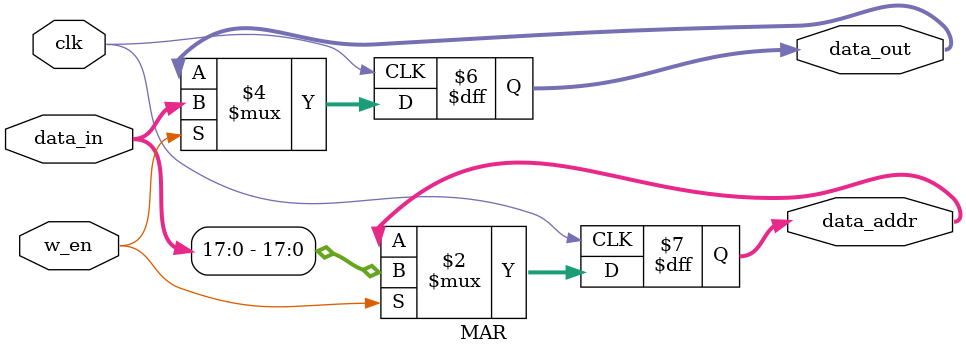
<source format=v>
`timescale 1ns / 1ps


module MAR(
    input clk,
    input w_en,
    output reg [27:0] data_out,
    input [27:0] data_in,
    output reg [17:0] data_addr
    );
     always @ (posedge clk) 
        begin
            if (w_en)
                begin                           //error - add begin and end 
                data_addr<=data_in[17:0];
                data_out<=data_in;
                end
        end
    
endmodule

</source>
